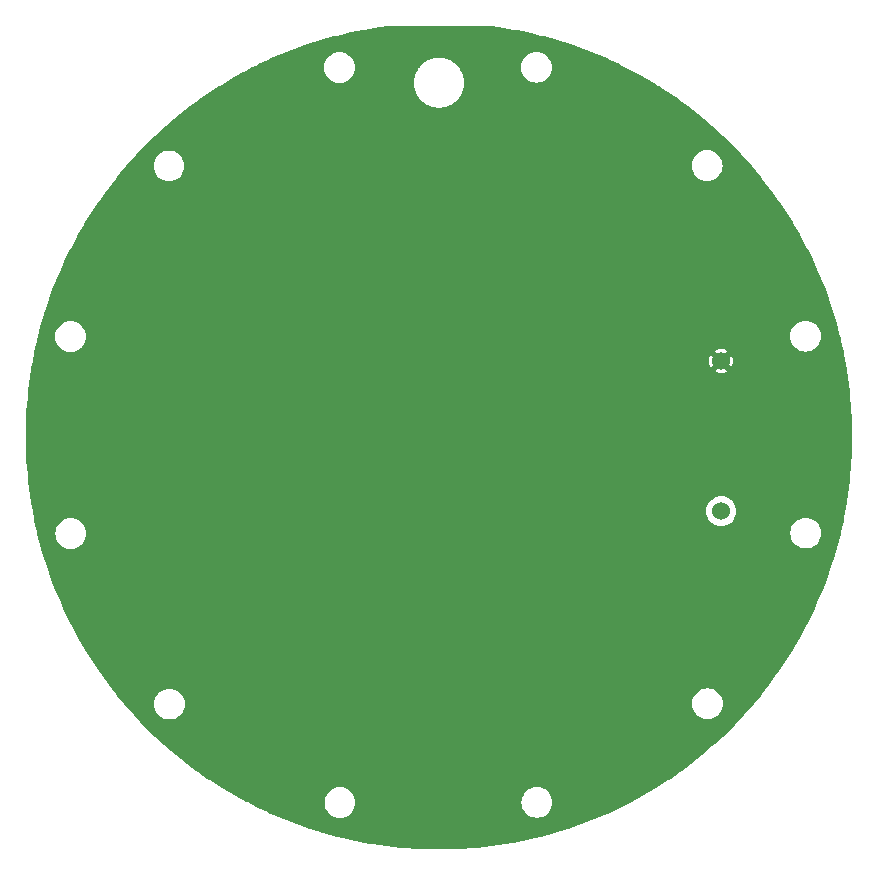
<source format=gbr>
%TF.GenerationSoftware,KiCad,Pcbnew,7.0.7*%
%TF.CreationDate,2023-10-30T19:21:24-07:00*%
%TF.ProjectId,CodeStackOrnament2023,436f6465-5374-4616-936b-4f726e616d65,rev?*%
%TF.SameCoordinates,Original*%
%TF.FileFunction,Copper,L2,Bot*%
%TF.FilePolarity,Positive*%
%FSLAX46Y46*%
G04 Gerber Fmt 4.6, Leading zero omitted, Abs format (unit mm)*
G04 Created by KiCad (PCBNEW 7.0.7) date 2023-10-30 19:21:24*
%MOMM*%
%LPD*%
G01*
G04 APERTURE LIST*
%TA.AperFunction,ComponentPad*%
%ADD10C,1.530000*%
%TD*%
%TA.AperFunction,ViaPad*%
%ADD11C,0.800000*%
%TD*%
G04 APERTURE END LIST*
D10*
%TO.P,BT1,1,+*%
%TO.N,Net-(BT1-+)*%
X173990000Y-111038605D03*
%TO.P,BT1,2,-*%
%TO.N,GND*%
X173990000Y-98338605D03*
%TD*%
D11*
%TO.N,GND*%
X141380000Y-131060000D03*
X155300000Y-135900000D03*
X160200000Y-126600000D03*
X157700000Y-126600000D03*
X149100000Y-127700000D03*
X148600000Y-122500000D03*
X153000000Y-127800016D03*
X146500000Y-120900000D03*
X143400000Y-125300000D03*
X170400000Y-128800000D03*
%TD*%
%TA.AperFunction,Conductor*%
%TO.N,GND*%
G36*
X154387420Y-69956977D02*
G01*
X154395671Y-69957542D01*
X155272790Y-70076787D01*
X155506380Y-70112571D01*
X156438811Y-70271577D01*
X156438829Y-70271580D01*
X156671081Y-70315235D01*
X157597578Y-70505634D01*
X157828279Y-70557120D01*
X157962477Y-70589458D01*
X158747828Y-70778705D01*
X158976613Y-70837942D01*
X159888152Y-71090458D01*
X160114811Y-71157389D01*
X161017354Y-71440564D01*
X161241550Y-71515088D01*
X162134023Y-71828587D01*
X162355610Y-71910654D01*
X163236984Y-72254115D01*
X163404607Y-72322720D01*
X163455667Y-72343618D01*
X164324920Y-72716644D01*
X164540444Y-72813475D01*
X165396617Y-73215652D01*
X165608771Y-73319719D01*
X166450821Y-73750557D01*
X166659419Y-73861773D01*
X166759613Y-73917385D01*
X167486396Y-74320783D01*
X167559246Y-74362843D01*
X167691103Y-74438970D01*
X168473393Y-74908418D01*
X168502112Y-74925652D01*
X168702722Y-75050693D01*
X169046747Y-75273280D01*
X169496810Y-75564475D01*
X169693117Y-75696243D01*
X170393401Y-76183656D01*
X170469399Y-76236552D01*
X170661103Y-76374846D01*
X171418744Y-76941103D01*
X171605618Y-77085754D01*
X171994713Y-77397585D01*
X172343652Y-77677234D01*
X172343695Y-77677268D01*
X172525634Y-77828196D01*
X173243295Y-78444288D01*
X173366376Y-78553614D01*
X173420001Y-78601246D01*
X173781252Y-78933208D01*
X174116433Y-79241214D01*
X174116464Y-79241242D01*
X174287787Y-79404097D01*
X174962236Y-80067251D01*
X175127919Y-80235756D01*
X175678966Y-80815457D01*
X175779615Y-80921339D01*
X175939506Y-81095338D01*
X176567675Y-81802540D01*
X176721598Y-81981839D01*
X176931138Y-82234433D01*
X177325506Y-82709832D01*
X177473334Y-82894288D01*
X178052290Y-83642237D01*
X178193784Y-83831553D01*
X178747178Y-84598673D01*
X178882163Y-84792610D01*
X179409346Y-85578000D01*
X179537714Y-85776402D01*
X180038052Y-86579120D01*
X180159668Y-86781783D01*
X180632602Y-87600929D01*
X180747295Y-87807566D01*
X181192284Y-88642199D01*
X181299962Y-88852649D01*
X181716510Y-89701842D01*
X181816984Y-89915734D01*
X182204624Y-90778531D01*
X182297837Y-90995744D01*
X182656101Y-91871107D01*
X182741924Y-92091339D01*
X183070425Y-92978318D01*
X183148758Y-93201317D01*
X183447115Y-94098888D01*
X183517869Y-94324398D01*
X183785739Y-95231523D01*
X183848845Y-95459324D01*
X183997961Y-96035246D01*
X184085918Y-96374954D01*
X184141298Y-96604775D01*
X184347309Y-97527883D01*
X184394894Y-97759430D01*
X184569614Y-98688988D01*
X184609349Y-98921997D01*
X184752577Y-99856940D01*
X184784416Y-100091136D01*
X184895987Y-101030396D01*
X184919899Y-101265539D01*
X184999681Y-102208008D01*
X185015640Y-102443854D01*
X185052323Y-103167193D01*
X185052402Y-103170422D01*
X185047937Y-106291309D01*
X185047930Y-106295150D01*
X185047851Y-106298183D01*
X185015640Y-106933355D01*
X184999681Y-107169201D01*
X184919899Y-108111670D01*
X184895987Y-108346813D01*
X184784416Y-109286073D01*
X184752577Y-109520269D01*
X184609349Y-110455212D01*
X184569614Y-110688221D01*
X184394894Y-111617779D01*
X184347309Y-111849326D01*
X184141298Y-112772434D01*
X184085918Y-113002255D01*
X183848845Y-113917885D01*
X183785739Y-114145686D01*
X183517869Y-115052811D01*
X183447115Y-115278321D01*
X183148758Y-116175892D01*
X183070425Y-116398891D01*
X182741924Y-117285870D01*
X182656101Y-117506102D01*
X182297837Y-118381465D01*
X182204624Y-118598678D01*
X181816984Y-119461475D01*
X181716510Y-119675367D01*
X181299962Y-120524560D01*
X181192284Y-120735010D01*
X180747295Y-121569643D01*
X180632602Y-121776280D01*
X180159668Y-122595426D01*
X180038052Y-122798089D01*
X179537714Y-123600807D01*
X179409346Y-123799209D01*
X178882163Y-124584599D01*
X178747178Y-124778536D01*
X178193784Y-125545656D01*
X178052290Y-125734972D01*
X177473334Y-126482921D01*
X177325506Y-126667377D01*
X176721608Y-127395359D01*
X176567675Y-127574669D01*
X175939506Y-128281871D01*
X175779615Y-128455870D01*
X175127919Y-129141453D01*
X174962236Y-129309958D01*
X174287770Y-129973129D01*
X174116476Y-130135956D01*
X173420001Y-130775963D01*
X173243302Y-130932916D01*
X172525634Y-131549013D01*
X172343695Y-131699941D01*
X171605618Y-132291455D01*
X171418744Y-132436106D01*
X170661103Y-133002363D01*
X170469399Y-133140657D01*
X169693119Y-133680965D01*
X169496810Y-133812734D01*
X168702730Y-134326511D01*
X168502112Y-134451557D01*
X167691103Y-134938239D01*
X167486396Y-135056426D01*
X166659429Y-135515431D01*
X166450809Y-135626658D01*
X165608805Y-136057473D01*
X165396586Y-136161571D01*
X164540469Y-136563723D01*
X164324914Y-136660568D01*
X163455667Y-137033591D01*
X163236960Y-137123103D01*
X162355632Y-137466547D01*
X162134002Y-137548630D01*
X161241573Y-137862113D01*
X161017325Y-137936654D01*
X160114816Y-138219818D01*
X159888150Y-138286752D01*
X158976614Y-138539266D01*
X158747814Y-138598507D01*
X157828279Y-138820089D01*
X157597578Y-138871575D01*
X156671081Y-139061974D01*
X156438829Y-139105629D01*
X155506415Y-139264632D01*
X155378041Y-139284298D01*
X155272792Y-139300422D01*
X154335527Y-139427844D01*
X154100856Y-139455719D01*
X153159821Y-139551413D01*
X152924328Y-139571348D01*
X151980612Y-139635204D01*
X151744575Y-139647174D01*
X150799253Y-139679120D01*
X150562931Y-139683113D01*
X149617069Y-139683113D01*
X149611864Y-139683025D01*
X149380746Y-139679120D01*
X148435424Y-139647174D01*
X148199387Y-139635204D01*
X147255671Y-139571348D01*
X147020178Y-139551413D01*
X146079143Y-139455719D01*
X145869499Y-139430816D01*
X145844467Y-139427843D01*
X144907207Y-139300422D01*
X144845731Y-139291004D01*
X144673607Y-139264636D01*
X144269159Y-139195666D01*
X143741170Y-139105629D01*
X143508918Y-139061974D01*
X142582421Y-138871575D01*
X142351720Y-138820089D01*
X141432185Y-138598507D01*
X141203385Y-138539266D01*
X140291864Y-138286756D01*
X140206112Y-138261434D01*
X140065183Y-138219818D01*
X139162674Y-137936654D01*
X138938426Y-137862113D01*
X138045997Y-137548630D01*
X137824367Y-137466547D01*
X136943039Y-137123103D01*
X136724332Y-137033591D01*
X135855085Y-136660568D01*
X135639530Y-136563723D01*
X135571641Y-136531833D01*
X135174815Y-136345428D01*
X134783413Y-136161571D01*
X134571194Y-136057473D01*
X133877980Y-135702787D01*
X140399726Y-135702787D01*
X140419558Y-135929472D01*
X140419560Y-135929483D01*
X140478452Y-136149274D01*
X140478455Y-136149283D01*
X140574625Y-136355518D01*
X140574626Y-136355520D01*
X140705148Y-136541927D01*
X140866052Y-136702831D01*
X140866055Y-136702833D01*
X141052460Y-136833354D01*
X141258698Y-136929525D01*
X141478502Y-136988421D01*
X141648410Y-137003286D01*
X141761978Y-137003286D01*
X141931886Y-136988421D01*
X142151690Y-136929525D01*
X142357928Y-136833354D01*
X142544333Y-136702833D01*
X142705241Y-136541925D01*
X142835762Y-136355520D01*
X142931933Y-136149282D01*
X142990829Y-135929478D01*
X143010662Y-135702786D01*
X143009779Y-135692695D01*
X157075214Y-135692695D01*
X157095046Y-135919380D01*
X157095048Y-135919391D01*
X157153940Y-136139182D01*
X157153943Y-136139191D01*
X157250113Y-136345426D01*
X157250114Y-136345428D01*
X157380636Y-136531835D01*
X157541540Y-136692739D01*
X157541543Y-136692741D01*
X157727948Y-136823262D01*
X157934186Y-136919433D01*
X157934191Y-136919434D01*
X157934193Y-136919435D01*
X157987097Y-136933610D01*
X158153990Y-136978329D01*
X158323898Y-136993194D01*
X158437466Y-136993194D01*
X158607374Y-136978329D01*
X158827178Y-136919433D01*
X159033416Y-136823262D01*
X159219821Y-136692741D01*
X159380729Y-136531833D01*
X159511250Y-136345428D01*
X159607421Y-136139190D01*
X159666317Y-135919386D01*
X159686150Y-135692694D01*
X159666317Y-135466002D01*
X159607421Y-135246198D01*
X159511250Y-135039960D01*
X159413521Y-134900387D01*
X159380727Y-134853552D01*
X159219823Y-134692648D01*
X159033416Y-134562126D01*
X159033414Y-134562125D01*
X158827179Y-134465955D01*
X158827170Y-134465952D01*
X158607379Y-134407060D01*
X158607369Y-134407058D01*
X158437466Y-134392194D01*
X158323898Y-134392194D01*
X158153994Y-134407058D01*
X158153984Y-134407060D01*
X157934193Y-134465952D01*
X157934184Y-134465955D01*
X157727949Y-134562125D01*
X157727947Y-134562126D01*
X157541540Y-134692648D01*
X157380636Y-134853552D01*
X157250114Y-135039959D01*
X157250113Y-135039961D01*
X157153943Y-135246196D01*
X157153940Y-135246205D01*
X157095048Y-135465996D01*
X157095046Y-135466007D01*
X157075214Y-135692692D01*
X157075214Y-135692695D01*
X143009779Y-135692695D01*
X142990829Y-135476094D01*
X142931933Y-135256290D01*
X142835762Y-135050052D01*
X142705241Y-134863647D01*
X142705239Y-134863644D01*
X142544335Y-134702740D01*
X142357928Y-134572218D01*
X142357926Y-134572217D01*
X142151691Y-134476047D01*
X142151682Y-134476044D01*
X141931891Y-134417152D01*
X141931881Y-134417150D01*
X141761978Y-134402286D01*
X141648410Y-134402286D01*
X141478506Y-134417150D01*
X141478496Y-134417152D01*
X141258705Y-134476044D01*
X141258696Y-134476047D01*
X141052461Y-134572217D01*
X141052459Y-134572218D01*
X140866052Y-134702740D01*
X140705148Y-134863644D01*
X140574626Y-135050051D01*
X140574625Y-135050053D01*
X140478455Y-135256288D01*
X140478452Y-135256297D01*
X140419560Y-135476088D01*
X140419558Y-135476099D01*
X140399726Y-135702784D01*
X140399726Y-135702787D01*
X133877980Y-135702787D01*
X133729190Y-135626658D01*
X133520570Y-135515431D01*
X132693603Y-135056426D01*
X132488896Y-134938239D01*
X131677887Y-134451557D01*
X131477269Y-134326511D01*
X130683189Y-133812734D01*
X130486880Y-133680965D01*
X129710600Y-133140657D01*
X129518896Y-133002363D01*
X128761255Y-132436106D01*
X128574381Y-132291455D01*
X127836304Y-131699941D01*
X127654365Y-131549013D01*
X127433367Y-131359292D01*
X126936693Y-130932912D01*
X126830984Y-130839017D01*
X126759998Y-130775963D01*
X126063523Y-130135956D01*
X125892212Y-129973112D01*
X125217763Y-129309958D01*
X125052080Y-129141453D01*
X124790940Y-128866734D01*
X124400371Y-128455855D01*
X124240493Y-128281871D01*
X123612324Y-127574669D01*
X123458391Y-127395359D01*
X123440491Y-127373781D01*
X125953287Y-127373781D01*
X125973119Y-127600466D01*
X125973121Y-127600477D01*
X126032013Y-127820268D01*
X126032016Y-127820277D01*
X126128186Y-128026512D01*
X126128187Y-128026514D01*
X126258709Y-128212921D01*
X126419613Y-128373825D01*
X126419616Y-128373827D01*
X126606021Y-128504348D01*
X126812259Y-128600519D01*
X127032063Y-128659415D01*
X127201971Y-128674280D01*
X127315539Y-128674280D01*
X127485447Y-128659415D01*
X127705251Y-128600519D01*
X127911489Y-128504348D01*
X128097894Y-128373827D01*
X128258802Y-128212919D01*
X128389323Y-128026514D01*
X128485494Y-127820276D01*
X128544390Y-127600472D01*
X128564223Y-127373780D01*
X128561811Y-127346216D01*
X171511562Y-127346216D01*
X171531394Y-127572901D01*
X171531396Y-127572912D01*
X171590288Y-127792703D01*
X171590291Y-127792712D01*
X171686461Y-127998947D01*
X171686462Y-127998949D01*
X171816984Y-128185356D01*
X171977888Y-128346260D01*
X172024723Y-128379054D01*
X172164296Y-128476783D01*
X172370534Y-128572954D01*
X172590338Y-128631850D01*
X172760246Y-128646715D01*
X172873814Y-128646715D01*
X173043722Y-128631850D01*
X173263526Y-128572954D01*
X173469764Y-128476783D01*
X173656169Y-128346262D01*
X173817077Y-128185354D01*
X173947598Y-127998949D01*
X174043769Y-127792711D01*
X174102665Y-127572907D01*
X174122498Y-127346215D01*
X174102665Y-127119523D01*
X174051155Y-126927284D01*
X174043771Y-126899726D01*
X174043768Y-126899717D01*
X173960452Y-126721047D01*
X173947598Y-126693481D01*
X173817077Y-126507076D01*
X173817075Y-126507073D01*
X173656171Y-126346169D01*
X173469764Y-126215647D01*
X173469762Y-126215646D01*
X173263527Y-126119476D01*
X173263518Y-126119473D01*
X173043727Y-126060581D01*
X173043717Y-126060579D01*
X172873814Y-126045715D01*
X172760246Y-126045715D01*
X172590342Y-126060579D01*
X172590332Y-126060581D01*
X172370541Y-126119473D01*
X172370532Y-126119476D01*
X172164297Y-126215646D01*
X172164295Y-126215647D01*
X171977888Y-126346169D01*
X171816984Y-126507073D01*
X171686462Y-126693480D01*
X171686461Y-126693482D01*
X171590291Y-126899717D01*
X171590288Y-126899726D01*
X171531396Y-127119517D01*
X171531394Y-127119528D01*
X171511562Y-127346213D01*
X171511562Y-127346216D01*
X128561811Y-127346216D01*
X128544390Y-127147093D01*
X128544390Y-127147088D01*
X128485494Y-126927284D01*
X128389323Y-126721046D01*
X128258802Y-126534641D01*
X128258800Y-126534638D01*
X128097896Y-126373734D01*
X127911489Y-126243212D01*
X127911487Y-126243211D01*
X127705252Y-126147041D01*
X127705243Y-126147038D01*
X127485452Y-126088146D01*
X127485442Y-126088144D01*
X127315539Y-126073280D01*
X127201971Y-126073280D01*
X127032067Y-126088144D01*
X127032057Y-126088146D01*
X126812266Y-126147038D01*
X126812257Y-126147041D01*
X126606022Y-126243211D01*
X126606020Y-126243212D01*
X126419613Y-126373734D01*
X126258709Y-126534638D01*
X126128187Y-126721045D01*
X126128186Y-126721047D01*
X126032016Y-126927282D01*
X126032013Y-126927291D01*
X125973121Y-127147082D01*
X125973119Y-127147093D01*
X125953287Y-127373778D01*
X125953287Y-127373781D01*
X123440491Y-127373781D01*
X123440490Y-127373780D01*
X122854493Y-126667377D01*
X122706665Y-126482921D01*
X122127709Y-125734972D01*
X121986209Y-125545648D01*
X121726836Y-125186102D01*
X121432821Y-124778536D01*
X121297836Y-124584599D01*
X120770653Y-123799209D01*
X120642290Y-123600814D01*
X120141948Y-122798089D01*
X120020331Y-122595426D01*
X119547397Y-121776280D01*
X119432704Y-121569643D01*
X118987715Y-120735010D01*
X118880037Y-120524560D01*
X118463489Y-119675367D01*
X118363015Y-119461475D01*
X117975375Y-118598678D01*
X117882162Y-118381465D01*
X117523898Y-117506102D01*
X117508957Y-117467762D01*
X117438081Y-117285885D01*
X117109560Y-116398852D01*
X117031228Y-116175852D01*
X116732884Y-115278321D01*
X116662130Y-115052811D01*
X116421500Y-114237932D01*
X116394253Y-114145662D01*
X116388948Y-114126510D01*
X116331164Y-113917921D01*
X116094072Y-113002218D01*
X116078461Y-112937433D01*
X117606804Y-112937433D01*
X117626636Y-113164118D01*
X117626638Y-113164129D01*
X117685530Y-113383920D01*
X117685533Y-113383929D01*
X117781703Y-113590164D01*
X117781704Y-113590166D01*
X117912226Y-113776573D01*
X118073130Y-113937477D01*
X118073133Y-113937479D01*
X118259538Y-114068000D01*
X118465776Y-114164171D01*
X118685580Y-114223067D01*
X118855488Y-114237932D01*
X118969056Y-114237932D01*
X119138964Y-114223067D01*
X119358768Y-114164171D01*
X119565006Y-114068000D01*
X119751411Y-113937479D01*
X119912319Y-113776571D01*
X120042840Y-113590166D01*
X120139011Y-113383928D01*
X120197907Y-113164124D01*
X120217740Y-112937432D01*
X120214445Y-112899773D01*
X179840566Y-112899773D01*
X179860399Y-113126458D01*
X179860401Y-113126469D01*
X179919293Y-113346260D01*
X179919296Y-113346269D01*
X180015466Y-113552504D01*
X180015467Y-113552506D01*
X180145989Y-113738913D01*
X180306893Y-113899817D01*
X180306896Y-113899819D01*
X180493301Y-114030340D01*
X180699539Y-114126511D01*
X180919343Y-114185407D01*
X181089251Y-114200272D01*
X181202819Y-114200272D01*
X181372727Y-114185407D01*
X181592531Y-114126511D01*
X181798769Y-114030340D01*
X181985174Y-113899819D01*
X182146082Y-113738911D01*
X182276603Y-113552506D01*
X182372774Y-113346268D01*
X182431670Y-113126464D01*
X182451503Y-112899772D01*
X182431670Y-112673080D01*
X182372774Y-112453276D01*
X182276603Y-112247038D01*
X182146082Y-112060633D01*
X182146080Y-112060630D01*
X181985176Y-111899726D01*
X181798769Y-111769204D01*
X181798767Y-111769203D01*
X181592532Y-111673033D01*
X181592523Y-111673030D01*
X181372732Y-111614138D01*
X181372722Y-111614136D01*
X181202819Y-111599272D01*
X181089251Y-111599272D01*
X180919347Y-111614136D01*
X180919337Y-111614138D01*
X180699546Y-111673030D01*
X180699537Y-111673033D01*
X180493302Y-111769203D01*
X180493300Y-111769204D01*
X180306893Y-111899726D01*
X180145989Y-112060630D01*
X180015467Y-112247037D01*
X180015466Y-112247039D01*
X179919296Y-112453274D01*
X179919293Y-112453283D01*
X179860401Y-112673074D01*
X179860399Y-112673085D01*
X179840566Y-112899770D01*
X179840566Y-112899773D01*
X120214445Y-112899773D01*
X120197907Y-112710740D01*
X120139011Y-112490936D01*
X120042840Y-112284698D01*
X119912319Y-112098293D01*
X119912317Y-112098290D01*
X119751413Y-111937386D01*
X119565006Y-111806864D01*
X119565004Y-111806863D01*
X119358769Y-111710693D01*
X119358760Y-111710690D01*
X119138969Y-111651798D01*
X119138959Y-111651796D01*
X118969056Y-111636932D01*
X118855488Y-111636932D01*
X118685584Y-111651796D01*
X118685574Y-111651798D01*
X118465783Y-111710690D01*
X118465774Y-111710693D01*
X118259539Y-111806863D01*
X118259537Y-111806864D01*
X118073130Y-111937386D01*
X117912226Y-112098290D01*
X117781704Y-112284697D01*
X117781703Y-112284699D01*
X117685533Y-112490934D01*
X117685530Y-112490943D01*
X117626638Y-112710734D01*
X117626636Y-112710745D01*
X117606804Y-112937430D01*
X117606804Y-112937433D01*
X116078461Y-112937433D01*
X116038701Y-112772434D01*
X115832690Y-111849326D01*
X115823964Y-111806864D01*
X115785105Y-111617776D01*
X115676243Y-111038606D01*
X172719666Y-111038606D01*
X172738964Y-111259190D01*
X172738965Y-111259197D01*
X172796275Y-111473080D01*
X172796279Y-111473091D01*
X172879611Y-111651797D01*
X172889858Y-111673772D01*
X173016868Y-111855160D01*
X173173445Y-112011737D01*
X173354833Y-112138747D01*
X173475572Y-112195048D01*
X173555513Y-112232325D01*
X173555515Y-112232325D01*
X173555520Y-112232328D01*
X173769409Y-112289640D01*
X173926974Y-112303425D01*
X173989998Y-112308939D01*
X173990000Y-112308939D01*
X173990002Y-112308939D01*
X174045147Y-112304114D01*
X174210591Y-112289640D01*
X174424480Y-112232328D01*
X174625167Y-112138747D01*
X174806555Y-112011737D01*
X174963132Y-111855160D01*
X175090142Y-111673772D01*
X175183723Y-111473085D01*
X175241035Y-111259196D01*
X175260334Y-111038605D01*
X175241035Y-110818014D01*
X175183723Y-110604125D01*
X175090142Y-110403438D01*
X174963132Y-110222050D01*
X174806555Y-110065473D01*
X174625167Y-109938463D01*
X174625163Y-109938461D01*
X174424486Y-109844884D01*
X174424475Y-109844880D01*
X174210592Y-109787570D01*
X174210585Y-109787569D01*
X173990002Y-109768271D01*
X173989998Y-109768271D01*
X173769414Y-109787569D01*
X173769407Y-109787570D01*
X173555524Y-109844880D01*
X173555513Y-109844884D01*
X173354836Y-109938461D01*
X173354834Y-109938462D01*
X173173444Y-110065473D01*
X173016868Y-110222049D01*
X172889857Y-110403439D01*
X172889856Y-110403441D01*
X172796279Y-110604118D01*
X172796275Y-110604129D01*
X172738965Y-110818012D01*
X172738964Y-110818019D01*
X172719666Y-111038603D01*
X172719666Y-111038606D01*
X115676243Y-111038606D01*
X115610382Y-110688207D01*
X115596043Y-110604118D01*
X115570651Y-110455212D01*
X115427420Y-109520252D01*
X115395584Y-109286077D01*
X115284013Y-108346813D01*
X115260103Y-108111695D01*
X115180317Y-107169190D01*
X115164360Y-106933355D01*
X115116451Y-105988661D01*
X115108473Y-105752582D01*
X115092496Y-104806765D01*
X115092496Y-104570444D01*
X115108472Y-103624670D01*
X115116450Y-103388556D01*
X115164360Y-102443844D01*
X115180318Y-102208008D01*
X115260105Y-101265480D01*
X115284007Y-101030439D01*
X115395585Y-100091122D01*
X115427417Y-99856978D01*
X115570658Y-98921946D01*
X115610385Y-98688988D01*
X115676243Y-98338604D01*
X172966069Y-98338604D01*
X172985743Y-98538362D01*
X173044012Y-98730447D01*
X173113882Y-98861167D01*
X173373814Y-98601235D01*
X173435137Y-98567750D01*
X173504828Y-98572734D01*
X173560762Y-98614605D01*
X173565806Y-98621871D01*
X173600605Y-98676018D01*
X173711438Y-98772056D01*
X173717219Y-98777065D01*
X173754993Y-98835844D01*
X173754993Y-98905713D01*
X173723698Y-98958459D01*
X173467436Y-99214721D01*
X173598159Y-99284593D01*
X173790244Y-99342861D01*
X173790240Y-99342861D01*
X173990000Y-99362535D01*
X174189757Y-99342861D01*
X174381845Y-99284591D01*
X174381848Y-99284590D01*
X174512562Y-99214722D01*
X174512562Y-99214721D01*
X174256301Y-98958460D01*
X174222816Y-98897137D01*
X174227800Y-98827445D01*
X174262779Y-98777066D01*
X174268559Y-98772057D01*
X174268562Y-98772056D01*
X174379395Y-98676018D01*
X174414189Y-98621876D01*
X174466992Y-98576123D01*
X174536150Y-98566179D01*
X174599706Y-98595204D01*
X174606185Y-98601236D01*
X174866116Y-98861167D01*
X174866117Y-98861167D01*
X174935985Y-98730453D01*
X174935986Y-98730450D01*
X174994256Y-98538362D01*
X175013930Y-98338604D01*
X174994256Y-98138847D01*
X174935988Y-97946764D01*
X174866116Y-97816041D01*
X174606184Y-98075973D01*
X174544861Y-98109458D01*
X174475169Y-98104474D01*
X174419236Y-98062602D01*
X174414187Y-98055330D01*
X174379397Y-98001194D01*
X174379392Y-98001189D01*
X174262779Y-97900142D01*
X174225005Y-97841364D01*
X174225005Y-97771494D01*
X174256301Y-97718749D01*
X174512562Y-97462487D01*
X174381842Y-97392617D01*
X174189755Y-97334348D01*
X174189759Y-97334348D01*
X173990000Y-97314674D01*
X173790242Y-97334348D01*
X173598156Y-97392617D01*
X173467436Y-97462487D01*
X173467436Y-97462488D01*
X173723698Y-97718750D01*
X173757183Y-97780073D01*
X173752199Y-97849765D01*
X173717220Y-97900143D01*
X173600606Y-98001189D01*
X173600605Y-98001191D01*
X173565810Y-98055333D01*
X173513005Y-98101087D01*
X173443846Y-98111030D01*
X173380291Y-98082004D01*
X173373814Y-98075973D01*
X173113882Y-97816041D01*
X173044012Y-97946761D01*
X172985743Y-98138847D01*
X172966069Y-98338604D01*
X115676243Y-98338604D01*
X115785115Y-97759379D01*
X115832690Y-97527883D01*
X116038705Y-96604758D01*
X116094082Y-96374954D01*
X116123342Y-96261945D01*
X117596715Y-96261945D01*
X117616547Y-96488630D01*
X117616549Y-96488641D01*
X117675441Y-96708432D01*
X117675444Y-96708441D01*
X117771614Y-96914676D01*
X117771615Y-96914678D01*
X117902137Y-97101085D01*
X118063041Y-97261989D01*
X118063044Y-97261991D01*
X118249449Y-97392512D01*
X118455687Y-97488683D01*
X118675491Y-97547579D01*
X118845399Y-97562444D01*
X118958967Y-97562444D01*
X119128875Y-97547579D01*
X119348679Y-97488683D01*
X119554917Y-97392512D01*
X119741322Y-97261991D01*
X119902230Y-97101083D01*
X120032751Y-96914678D01*
X120128922Y-96708440D01*
X120187818Y-96488636D01*
X120207651Y-96261944D01*
X120204356Y-96224288D01*
X179830478Y-96224288D01*
X179850311Y-96450973D01*
X179850313Y-96450984D01*
X179909205Y-96670775D01*
X179909208Y-96670784D01*
X180005378Y-96877019D01*
X180005379Y-96877021D01*
X180135901Y-97063428D01*
X180296805Y-97224332D01*
X180296808Y-97224334D01*
X180483213Y-97354855D01*
X180689451Y-97451026D01*
X180909255Y-97509922D01*
X181079163Y-97524787D01*
X181192731Y-97524787D01*
X181362639Y-97509922D01*
X181582443Y-97451026D01*
X181788681Y-97354855D01*
X181975086Y-97224334D01*
X182135994Y-97063426D01*
X182266515Y-96877021D01*
X182362686Y-96670783D01*
X182421582Y-96450979D01*
X182441415Y-96224287D01*
X182421582Y-95997595D01*
X182362686Y-95777791D01*
X182266515Y-95571553D01*
X182135994Y-95385148D01*
X182135992Y-95385145D01*
X181975088Y-95224241D01*
X181788681Y-95093719D01*
X181788679Y-95093718D01*
X181582444Y-94997548D01*
X181582435Y-94997545D01*
X181362644Y-94938653D01*
X181362634Y-94938651D01*
X181192731Y-94923787D01*
X181079163Y-94923787D01*
X180909259Y-94938651D01*
X180909249Y-94938653D01*
X180689458Y-94997545D01*
X180689449Y-94997548D01*
X180483214Y-95093718D01*
X180483212Y-95093719D01*
X180296805Y-95224241D01*
X180135901Y-95385145D01*
X180005379Y-95571552D01*
X180005378Y-95571554D01*
X179909208Y-95777789D01*
X179909205Y-95777798D01*
X179850313Y-95997589D01*
X179850311Y-95997600D01*
X179830478Y-96224285D01*
X179830478Y-96224288D01*
X120204356Y-96224288D01*
X120204356Y-96224287D01*
X120187818Y-96035257D01*
X120187818Y-96035252D01*
X120128922Y-95815448D01*
X120032751Y-95609210D01*
X119902230Y-95422805D01*
X119902228Y-95422802D01*
X119741324Y-95261898D01*
X119554917Y-95131376D01*
X119554915Y-95131375D01*
X119348680Y-95035205D01*
X119348671Y-95035202D01*
X119128880Y-94976310D01*
X119128870Y-94976308D01*
X118958967Y-94961444D01*
X118845399Y-94961444D01*
X118675495Y-94976308D01*
X118675485Y-94976310D01*
X118455694Y-95035202D01*
X118455685Y-95035205D01*
X118249450Y-95131375D01*
X118249448Y-95131376D01*
X118063041Y-95261898D01*
X117902137Y-95422802D01*
X117771615Y-95609209D01*
X117771614Y-95609211D01*
X117675444Y-95815446D01*
X117675441Y-95815455D01*
X117616549Y-96035246D01*
X117616547Y-96035257D01*
X117596715Y-96261942D01*
X117596715Y-96261945D01*
X116123342Y-96261945D01*
X116331165Y-95459281D01*
X116394247Y-95231567D01*
X116662136Y-94324376D01*
X116732873Y-94098922D01*
X117031260Y-93201261D01*
X117109559Y-92978358D01*
X117438100Y-92091273D01*
X117523898Y-91871107D01*
X117882181Y-90995696D01*
X117975349Y-90778590D01*
X118363020Y-89915723D01*
X118463489Y-89701842D01*
X118880058Y-88852606D01*
X118987690Y-88642245D01*
X119432711Y-87807553D01*
X119547381Y-87600956D01*
X120020343Y-86781761D01*
X120141948Y-86579120D01*
X120642311Y-85776361D01*
X120770620Y-85578049D01*
X121297850Y-84792589D01*
X121432783Y-84598724D01*
X121986232Y-83831530D01*
X122127675Y-83642281D01*
X122706677Y-82894271D01*
X122769769Y-82815549D01*
X122854481Y-82709846D01*
X123458415Y-81981821D01*
X123601195Y-81815505D01*
X125925720Y-81815505D01*
X125945552Y-82042190D01*
X125945554Y-82042201D01*
X126004446Y-82261992D01*
X126004449Y-82262001D01*
X126100619Y-82468236D01*
X126100620Y-82468238D01*
X126231142Y-82654645D01*
X126392046Y-82815549D01*
X126392049Y-82815551D01*
X126578454Y-82946072D01*
X126784692Y-83042243D01*
X127004496Y-83101139D01*
X127174404Y-83116004D01*
X127287972Y-83116004D01*
X127457880Y-83101139D01*
X127677684Y-83042243D01*
X127883922Y-82946072D01*
X128070327Y-82815551D01*
X128231235Y-82654643D01*
X128361756Y-82468238D01*
X128457927Y-82262000D01*
X128516823Y-82042196D01*
X128536656Y-81815504D01*
X128534244Y-81787937D01*
X171483996Y-81787937D01*
X171503828Y-82014622D01*
X171503830Y-82014633D01*
X171562722Y-82234424D01*
X171562725Y-82234433D01*
X171658895Y-82440668D01*
X171658896Y-82440670D01*
X171789418Y-82627077D01*
X171950322Y-82787981D01*
X171950325Y-82787983D01*
X172136730Y-82918504D01*
X172342968Y-83014675D01*
X172562772Y-83073571D01*
X172732680Y-83088436D01*
X172846248Y-83088436D01*
X173016156Y-83073571D01*
X173235960Y-83014675D01*
X173442198Y-82918504D01*
X173628603Y-82787983D01*
X173789511Y-82627075D01*
X173920032Y-82440670D01*
X174016203Y-82234432D01*
X174075099Y-82014628D01*
X174094932Y-81787936D01*
X174075099Y-81561244D01*
X174016203Y-81341440D01*
X173920032Y-81135202D01*
X173789511Y-80948797D01*
X173789509Y-80948794D01*
X173628605Y-80787890D01*
X173442198Y-80657368D01*
X173442196Y-80657367D01*
X173235961Y-80561197D01*
X173235952Y-80561194D01*
X173016161Y-80502302D01*
X173016151Y-80502300D01*
X172846248Y-80487436D01*
X172732680Y-80487436D01*
X172562776Y-80502300D01*
X172562766Y-80502302D01*
X172342975Y-80561194D01*
X172342966Y-80561197D01*
X172136731Y-80657367D01*
X172136729Y-80657368D01*
X171950322Y-80787890D01*
X171789418Y-80948794D01*
X171658896Y-81135201D01*
X171658895Y-81135203D01*
X171562725Y-81341438D01*
X171562722Y-81341447D01*
X171503830Y-81561238D01*
X171503828Y-81561249D01*
X171483996Y-81787934D01*
X171483996Y-81787937D01*
X128534244Y-81787937D01*
X128516823Y-81588812D01*
X128457927Y-81369008D01*
X128361756Y-81162770D01*
X128231235Y-80976365D01*
X128231233Y-80976362D01*
X128070329Y-80815458D01*
X127883922Y-80684936D01*
X127883920Y-80684935D01*
X127677685Y-80588765D01*
X127677676Y-80588762D01*
X127457885Y-80529870D01*
X127457875Y-80529868D01*
X127287972Y-80515004D01*
X127174404Y-80515004D01*
X127004500Y-80529868D01*
X127004490Y-80529870D01*
X126784699Y-80588762D01*
X126784690Y-80588765D01*
X126578455Y-80684935D01*
X126578453Y-80684936D01*
X126392046Y-80815458D01*
X126231142Y-80976362D01*
X126100620Y-81162769D01*
X126100619Y-81162771D01*
X126004449Y-81369006D01*
X126004446Y-81369015D01*
X125945554Y-81588806D01*
X125945552Y-81588817D01*
X125925720Y-81815502D01*
X125925720Y-81815505D01*
X123601195Y-81815505D01*
X123612325Y-81802540D01*
X124240506Y-81095322D01*
X124400385Y-80921339D01*
X125052109Y-80235725D01*
X125217728Y-80067284D01*
X125892236Y-79404074D01*
X126063481Y-79241292D01*
X126760015Y-78601230D01*
X126936666Y-78444320D01*
X127654390Y-77828174D01*
X127836305Y-77677268D01*
X128574395Y-77085743D01*
X128761255Y-76941103D01*
X129518950Y-76374806D01*
X129710576Y-76236568D01*
X130486928Y-75696211D01*
X130683161Y-75564493D01*
X131477296Y-75050681D01*
X131677834Y-74925683D01*
X132488922Y-74438954D01*
X132693572Y-74320800D01*
X133520610Y-73861756D01*
X133729144Y-73750575D01*
X134279417Y-73469025D01*
X140362069Y-73469025D01*
X140381901Y-73695710D01*
X140381903Y-73695721D01*
X140440795Y-73915512D01*
X140440798Y-73915521D01*
X140536968Y-74121756D01*
X140536969Y-74121758D01*
X140667491Y-74308165D01*
X140828395Y-74469069D01*
X140828398Y-74469071D01*
X141014803Y-74599592D01*
X141221041Y-74695763D01*
X141440845Y-74754659D01*
X141610753Y-74769524D01*
X141724321Y-74769524D01*
X141791370Y-74763658D01*
X147965824Y-74763658D01*
X147973601Y-74877359D01*
X147973746Y-74881592D01*
X147973746Y-74908418D01*
X147977398Y-74934989D01*
X147977830Y-74939199D01*
X147985608Y-75052897D01*
X148008793Y-75164473D01*
X148009512Y-75168647D01*
X148013164Y-75195224D01*
X148020407Y-75221075D01*
X148021410Y-75225189D01*
X148044590Y-75336743D01*
X148044594Y-75336756D01*
X148082757Y-75444140D01*
X148084036Y-75448169D01*
X148089339Y-75467089D01*
X148091274Y-75473996D01*
X148091279Y-75474012D01*
X148101968Y-75498619D01*
X148103521Y-75502559D01*
X148140839Y-75607562D01*
X148141684Y-75609938D01*
X148194106Y-75711108D01*
X148195923Y-75714930D01*
X148206619Y-75739553D01*
X148220560Y-75762477D01*
X148222635Y-75766168D01*
X148275060Y-75867342D01*
X148275067Y-75867354D01*
X148340779Y-75960447D01*
X148343102Y-75963987D01*
X148357041Y-75986910D01*
X148373983Y-76007734D01*
X148376523Y-76011083D01*
X148421668Y-76075039D01*
X148442251Y-76104199D01*
X148520018Y-76187467D01*
X148522803Y-76190660D01*
X148539731Y-76211470D01*
X148539746Y-76211484D01*
X148539751Y-76211490D01*
X148559367Y-76229810D01*
X148562351Y-76232795D01*
X148640137Y-76316083D01*
X148712366Y-76374846D01*
X148728513Y-76387982D01*
X148731706Y-76390766D01*
X148751320Y-76409085D01*
X148773253Y-76424567D01*
X148776627Y-76427126D01*
X148865020Y-76499039D01*
X148865030Y-76499047D01*
X148962412Y-76558266D01*
X148965922Y-76560568D01*
X148987859Y-76576053D01*
X149011710Y-76588411D01*
X149015345Y-76590455D01*
X149112741Y-76649683D01*
X149217284Y-76695092D01*
X149221057Y-76696886D01*
X149244912Y-76709247D01*
X149270221Y-76718242D01*
X149274111Y-76719776D01*
X149378657Y-76765187D01*
X149488393Y-76795933D01*
X149492397Y-76797204D01*
X149517707Y-76806199D01*
X149544019Y-76811666D01*
X149548069Y-76812654D01*
X149606242Y-76828953D01*
X149657808Y-76843402D01*
X149657816Y-76843403D01*
X149657824Y-76843406D01*
X149770718Y-76858923D01*
X149774858Y-76859637D01*
X149801151Y-76865101D01*
X149801161Y-76865101D01*
X149801163Y-76865102D01*
X149827978Y-76866936D01*
X149832128Y-76867363D01*
X149933130Y-76881245D01*
X149945040Y-76882883D01*
X150058992Y-76882883D01*
X150063224Y-76883028D01*
X150072925Y-76883691D01*
X150090000Y-76884859D01*
X150107170Y-76883684D01*
X150116777Y-76883028D01*
X150121008Y-76882883D01*
X150234959Y-76882883D01*
X150347881Y-76867362D01*
X150352012Y-76866936D01*
X150378837Y-76865102D01*
X150378839Y-76865101D01*
X150378846Y-76865101D01*
X150405139Y-76859637D01*
X150409271Y-76858924D01*
X150522176Y-76843406D01*
X150631962Y-76812645D01*
X150635954Y-76811672D01*
X150662293Y-76806199D01*
X150687592Y-76797207D01*
X150691610Y-76795933D01*
X150728854Y-76785497D01*
X150801343Y-76765187D01*
X150905898Y-76719771D01*
X150909777Y-76718242D01*
X150935088Y-76709247D01*
X150958956Y-76696879D01*
X150962688Y-76695104D01*
X151067259Y-76649683D01*
X151164676Y-76590442D01*
X151168259Y-76588427D01*
X151192141Y-76576053D01*
X151214082Y-76560565D01*
X151217562Y-76558281D01*
X151314970Y-76499047D01*
X151403410Y-76427095D01*
X151406722Y-76424584D01*
X151428663Y-76409097D01*
X151432153Y-76405837D01*
X151448291Y-76390767D01*
X151451455Y-76388007D01*
X151539863Y-76316083D01*
X151617671Y-76232770D01*
X151620602Y-76229838D01*
X151640249Y-76211490D01*
X151640249Y-76211488D01*
X151640253Y-76211486D01*
X151657193Y-76190663D01*
X151659948Y-76187502D01*
X151737747Y-76104201D01*
X151737749Y-76104199D01*
X151749109Y-76088103D01*
X151803492Y-76011061D01*
X151806001Y-76007753D01*
X151822956Y-75986913D01*
X151836905Y-75963974D01*
X151839200Y-75960474D01*
X151904937Y-75867347D01*
X151957383Y-75766129D01*
X151959407Y-75762528D01*
X151973382Y-75739549D01*
X151984092Y-75714890D01*
X151985875Y-75711142D01*
X152038318Y-75609933D01*
X152076499Y-75502502D01*
X152078026Y-75498631D01*
X152088723Y-75474005D01*
X152095964Y-75448159D01*
X152097234Y-75444158D01*
X152135406Y-75336755D01*
X152158596Y-75225153D01*
X152159583Y-75221103D01*
X152166833Y-75195230D01*
X152170492Y-75168604D01*
X152171206Y-75164473D01*
X152194391Y-75052901D01*
X152202169Y-74939183D01*
X152202597Y-74935022D01*
X152204968Y-74917764D01*
X152206254Y-74908419D01*
X152206277Y-74907062D01*
X152206885Y-74871377D01*
X152207016Y-74868323D01*
X152214176Y-74763659D01*
X152207016Y-74658998D01*
X152206885Y-74655937D01*
X152206254Y-74618903D01*
X152206254Y-74618898D01*
X152204492Y-74606088D01*
X152202597Y-74592301D01*
X152202169Y-74588131D01*
X152194391Y-74474417D01*
X152171203Y-74362832D01*
X152170487Y-74358674D01*
X152166833Y-74332088D01*
X152163665Y-74320783D01*
X152159589Y-74306233D01*
X152158594Y-74302150D01*
X152135406Y-74190563D01*
X152097236Y-74083164D01*
X152095959Y-74079139D01*
X152095958Y-74079135D01*
X152088723Y-74053313D01*
X152088715Y-74053295D01*
X152078028Y-74028690D01*
X152076491Y-74024794D01*
X152038318Y-73917385D01*
X152037352Y-73915520D01*
X151985893Y-73816209D01*
X151984075Y-73812385D01*
X151973382Y-73787769D01*
X151973377Y-73787760D01*
X151959423Y-73764815D01*
X151957367Y-73761157D01*
X151957362Y-73761147D01*
X151904937Y-73659971D01*
X151839214Y-73566863D01*
X151836899Y-73563333D01*
X151822956Y-73540405D01*
X151822956Y-73540404D01*
X151805995Y-73519558D01*
X151803484Y-73516245D01*
X151763028Y-73458932D01*
X157037556Y-73458932D01*
X157057388Y-73685617D01*
X157057390Y-73685628D01*
X157116282Y-73905419D01*
X157116285Y-73905428D01*
X157212455Y-74111663D01*
X157212456Y-74111665D01*
X157342978Y-74298072D01*
X157503882Y-74458976D01*
X157518299Y-74469071D01*
X157690290Y-74589499D01*
X157896528Y-74685670D01*
X158116332Y-74744566D01*
X158286240Y-74759431D01*
X158399808Y-74759431D01*
X158569716Y-74744566D01*
X158789520Y-74685670D01*
X158995758Y-74589499D01*
X159182163Y-74458978D01*
X159343071Y-74298070D01*
X159473592Y-74111665D01*
X159569763Y-73905427D01*
X159628659Y-73685623D01*
X159648492Y-73458931D01*
X159628659Y-73232239D01*
X159574006Y-73028270D01*
X159569765Y-73012442D01*
X159569762Y-73012433D01*
X159541238Y-72951263D01*
X159473592Y-72806197D01*
X159360225Y-72644290D01*
X159343069Y-72619789D01*
X159182165Y-72458885D01*
X158995758Y-72328363D01*
X158995756Y-72328362D01*
X158789521Y-72232192D01*
X158789512Y-72232189D01*
X158569721Y-72173297D01*
X158569711Y-72173295D01*
X158399808Y-72158431D01*
X158286240Y-72158431D01*
X158116336Y-72173295D01*
X158116326Y-72173297D01*
X157896535Y-72232189D01*
X157896526Y-72232192D01*
X157690291Y-72328362D01*
X157690289Y-72328363D01*
X157503882Y-72458885D01*
X157342978Y-72619789D01*
X157212456Y-72806196D01*
X157212455Y-72806198D01*
X157116285Y-73012433D01*
X157116282Y-73012442D01*
X157057390Y-73232233D01*
X157057388Y-73232244D01*
X157037556Y-73458929D01*
X157037556Y-73458932D01*
X151763028Y-73458932D01*
X151763026Y-73458929D01*
X151737748Y-73423117D01*
X151659979Y-73339848D01*
X151657194Y-73336654D01*
X151640258Y-73315836D01*
X151631260Y-73307433D01*
X151620632Y-73297507D01*
X151617646Y-73294520D01*
X151568910Y-73242337D01*
X151539863Y-73211235D01*
X151451473Y-73139324D01*
X151448292Y-73136550D01*
X151428680Y-73118233D01*
X151420398Y-73112386D01*
X151406749Y-73102752D01*
X151403375Y-73100193D01*
X151314976Y-73028275D01*
X151314966Y-73028268D01*
X151259043Y-72994261D01*
X151217595Y-72969056D01*
X151214063Y-72966739D01*
X151192139Y-72951263D01*
X151168314Y-72938918D01*
X151164624Y-72936843D01*
X151067265Y-72877638D01*
X151067261Y-72877636D01*
X151067259Y-72877635D01*
X150962728Y-72832230D01*
X150958910Y-72830414D01*
X150952337Y-72827008D01*
X150935088Y-72818071D01*
X150935087Y-72818070D01*
X150935086Y-72818070D01*
X150930057Y-72816283D01*
X150909797Y-72809081D01*
X150905862Y-72807529D01*
X150801350Y-72762133D01*
X150801339Y-72762129D01*
X150691602Y-72731381D01*
X150687567Y-72730101D01*
X150676931Y-72726320D01*
X150662296Y-72721119D01*
X150645655Y-72717661D01*
X150636015Y-72715658D01*
X150631911Y-72714658D01*
X150522182Y-72683913D01*
X150522177Y-72683912D01*
X150522176Y-72683912D01*
X150409309Y-72668398D01*
X150405142Y-72667680D01*
X150378835Y-72662212D01*
X150352041Y-72660381D01*
X150347828Y-72659948D01*
X150234961Y-72644435D01*
X150234959Y-72644435D01*
X150120995Y-72644435D01*
X150116763Y-72644290D01*
X150090000Y-72642459D01*
X150063237Y-72644290D01*
X150059005Y-72644435D01*
X149945039Y-72644435D01*
X149832172Y-72659948D01*
X149827959Y-72660381D01*
X149801162Y-72662213D01*
X149774856Y-72667680D01*
X149770682Y-72668400D01*
X149657824Y-72683912D01*
X149657813Y-72683914D01*
X149548086Y-72714658D01*
X149543972Y-72715661D01*
X149517694Y-72721121D01*
X149499654Y-72727533D01*
X149492418Y-72730105D01*
X149488380Y-72731387D01*
X149378663Y-72762128D01*
X149274142Y-72807527D01*
X149270205Y-72809080D01*
X149244920Y-72818066D01*
X149221086Y-72830414D01*
X149217267Y-72832231D01*
X149112737Y-72877636D01*
X149015376Y-72936843D01*
X149011684Y-72938919D01*
X148987859Y-72951263D01*
X148965943Y-72966734D01*
X148962402Y-72969056D01*
X148865041Y-73028263D01*
X148865030Y-73028270D01*
X148776631Y-73100186D01*
X148773274Y-73102733D01*
X148767750Y-73106635D01*
X148751317Y-73118233D01*
X148731706Y-73136550D01*
X148728514Y-73139333D01*
X148640137Y-73211234D01*
X148640129Y-73211242D01*
X148562351Y-73294522D01*
X148559358Y-73297516D01*
X148539731Y-73315846D01*
X148522801Y-73336657D01*
X148520018Y-73339849D01*
X148442259Y-73423110D01*
X148442247Y-73423125D01*
X148376532Y-73516220D01*
X148373975Y-73519592D01*
X148357034Y-73540416D01*
X148343095Y-73563339D01*
X148340773Y-73566879D01*
X148275061Y-73659972D01*
X148275060Y-73659975D01*
X148222637Y-73761147D01*
X148220561Y-73764840D01*
X148206621Y-73787760D01*
X148195924Y-73812386D01*
X148194107Y-73816208D01*
X148141682Y-73917382D01*
X148141681Y-73917384D01*
X148103521Y-74024757D01*
X148101967Y-74028698D01*
X148091281Y-74053295D01*
X148084040Y-74079135D01*
X148082760Y-74083166D01*
X148044597Y-74190553D01*
X148044593Y-74190567D01*
X148021409Y-74302128D01*
X148020407Y-74306241D01*
X148013164Y-74332091D01*
X148009512Y-74358670D01*
X148008793Y-74362843D01*
X147985608Y-74474420D01*
X147977831Y-74588112D01*
X147977398Y-74592323D01*
X147973746Y-74618896D01*
X147973746Y-74645725D01*
X147973601Y-74649958D01*
X147965824Y-74763658D01*
X141791370Y-74763658D01*
X141894229Y-74754659D01*
X142114033Y-74695763D01*
X142320271Y-74599592D01*
X142506676Y-74469071D01*
X142667584Y-74308163D01*
X142798105Y-74121758D01*
X142894276Y-73915520D01*
X142953172Y-73695716D01*
X142973005Y-73469024D01*
X142953172Y-73242332D01*
X142894276Y-73022528D01*
X142798105Y-72816290D01*
X142667584Y-72629885D01*
X142667582Y-72629882D01*
X142506678Y-72468978D01*
X142320271Y-72338456D01*
X142320269Y-72338455D01*
X142114034Y-72242285D01*
X142114025Y-72242282D01*
X141894234Y-72183390D01*
X141894224Y-72183388D01*
X141724321Y-72168524D01*
X141610753Y-72168524D01*
X141440849Y-72183388D01*
X141440839Y-72183390D01*
X141221048Y-72242282D01*
X141221039Y-72242285D01*
X141014804Y-72338455D01*
X141014802Y-72338456D01*
X140828395Y-72468978D01*
X140667491Y-72629882D01*
X140536969Y-72816290D01*
X140440798Y-73022526D01*
X140440795Y-73022535D01*
X140381903Y-73242326D01*
X140381901Y-73242337D01*
X140362069Y-73469022D01*
X140362069Y-73469025D01*
X134279417Y-73469025D01*
X134571240Y-73319712D01*
X134783372Y-73215657D01*
X135639545Y-72813480D01*
X135855029Y-72716665D01*
X136724361Y-72343605D01*
X136943004Y-72254120D01*
X137824377Y-71910658D01*
X138045939Y-71828600D01*
X138938484Y-71515076D01*
X139162662Y-71440559D01*
X140065205Y-71157384D01*
X140291816Y-71090467D01*
X141203408Y-70837936D01*
X141432136Y-70778714D01*
X142351726Y-70557118D01*
X142582390Y-70505640D01*
X143211773Y-70376299D01*
X143508918Y-70315235D01*
X143647655Y-70289157D01*
X143741135Y-70271586D01*
X144673658Y-70112565D01*
X144907155Y-70076794D01*
X145844540Y-69949356D01*
X145881050Y-69945020D01*
X145888432Y-69944589D01*
X154387420Y-69956977D01*
G37*
%TD.AperFunction*%
%TD*%
M02*

</source>
